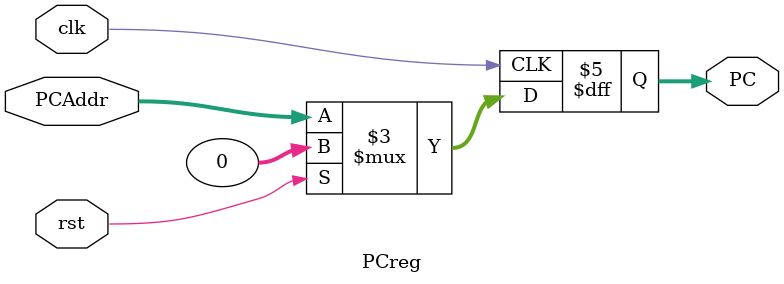
<source format=v>
`timescale 1ns / 1ps

module PCreg(
    input clk,
    input rst,
    input [31:0] PCAddr,
    output reg [31:0] PC
);
    always @(posedge clk) begin
        if (rst) begin
            PC <= 32'h00000000;
        end
        else begin
            PC <= PCAddr;
        end
    end
endmodule

</source>
